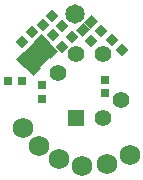
<source format=gbs>
G04*
G04 #@! TF.GenerationSoftware,Altium Limited,Altium Designer,20.0.13 (296)*
G04*
G04 Layer_Color=16711935*
%FSLAX25Y25*%
%MOIN*%
G70*
G01*
G75*
%ADD20P,0.04194X4X270.0*%
%ADD22R,0.02965X0.02965*%
%ADD28C,0.05493*%
%ADD29R,0.05493X0.05493*%
%ADD30C,0.06800*%
%ADD43R,0.02965X0.02965*%
G04:AMPARAMS|DCode=44|XSize=35.56mil|YSize=19.81mil|CornerRadius=0mil|HoleSize=0mil|Usage=FLASHONLY|Rotation=225.000|XOffset=0mil|YOffset=0mil|HoleType=Round|Shape=Rectangle|*
%AMROTATEDRECTD44*
4,1,4,0.00557,0.01958,0.01958,0.00557,-0.00557,-0.01958,-0.01958,-0.00557,0.00557,0.01958,0.0*
%
%ADD44ROTATEDRECTD44*%

G04:AMPARAMS|DCode=45|XSize=74.93mil|YSize=47.37mil|CornerRadius=0mil|HoleSize=0mil|Usage=FLASHONLY|Rotation=135.000|XOffset=0mil|YOffset=0mil|HoleType=Round|Shape=Rectangle|*
%AMROTATEDRECTD45*
4,1,4,0.04324,-0.00974,0.00974,-0.04324,-0.04324,0.00974,-0.00974,0.04324,0.04324,-0.00974,0.0*
%
%ADD45ROTATEDRECTD45*%

%ADD46P,0.04194X4X180.0*%
G04:AMPARAMS|DCode=47|XSize=33.59mil|YSize=29.46mil|CornerRadius=0mil|HoleSize=0mil|Usage=FLASHONLY|Rotation=45.000|XOffset=0mil|YOffset=0mil|HoleType=Round|Shape=Rectangle|*
%AMROTATEDRECTD47*
4,1,4,-0.00146,-0.02229,-0.02229,-0.00146,0.00146,0.02229,0.02229,0.00146,-0.00146,-0.02229,0.0*
%
%ADD47ROTATEDRECTD47*%

%ADD48C,0.06509*%
D20*
X30374Y45374D02*
D03*
X33626Y48626D02*
D03*
X10626Y48126D02*
D03*
X7374Y44874D02*
D03*
X20874Y43374D02*
D03*
X24126Y46626D02*
D03*
D22*
X7300Y32000D02*
D03*
X2700D02*
D03*
D28*
X19279Y34520D02*
D03*
X25500Y40744D02*
D03*
X34295D02*
D03*
X40520Y25721D02*
D03*
X34295Y19500D02*
D03*
D29*
X25500D02*
D03*
D30*
X7677Y16220D02*
D03*
X12992Y10118D02*
D03*
X19646Y5906D02*
D03*
X27283Y3740D02*
D03*
X35591Y4134D02*
D03*
X43386Y7165D02*
D03*
D43*
X34975Y27748D02*
D03*
Y32348D02*
D03*
X14000Y30583D02*
D03*
Y25983D02*
D03*
D44*
X13335Y45511D02*
D03*
X14727Y44119D02*
D03*
X16119Y42727D02*
D03*
X17511Y41335D02*
D03*
X11665Y35489D02*
D03*
X10273Y36881D02*
D03*
X8881Y38273D02*
D03*
X7489Y39665D02*
D03*
D45*
X12500Y40500D02*
D03*
D46*
X14374Y50626D02*
D03*
X17626Y47374D02*
D03*
X17374Y53626D02*
D03*
X20626Y50374D02*
D03*
X40626Y42374D02*
D03*
X37374Y45626D02*
D03*
D47*
X30500Y51500D02*
D03*
X27861Y48870D02*
D03*
D48*
X25071Y54297D02*
D03*
M02*

</source>
